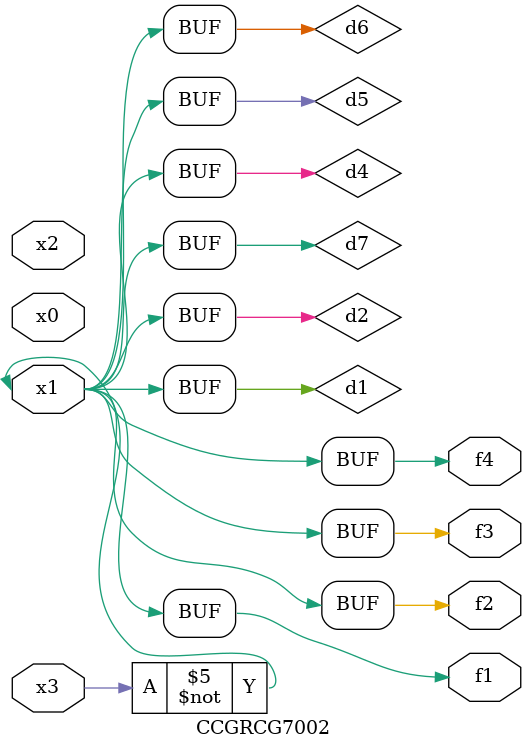
<source format=v>
module CCGRCG7002(
	input x0, x1, x2, x3,
	output f1, f2, f3, f4
);

	wire d1, d2, d3, d4, d5, d6, d7;

	not (d1, x3);
	buf (d2, x1);
	xnor (d3, d1, d2);
	nor (d4, d1);
	buf (d5, d1, d2);
	buf (d6, d4, d5);
	nand (d7, d4);
	assign f1 = d6;
	assign f2 = d7;
	assign f3 = d6;
	assign f4 = d6;
endmodule

</source>
